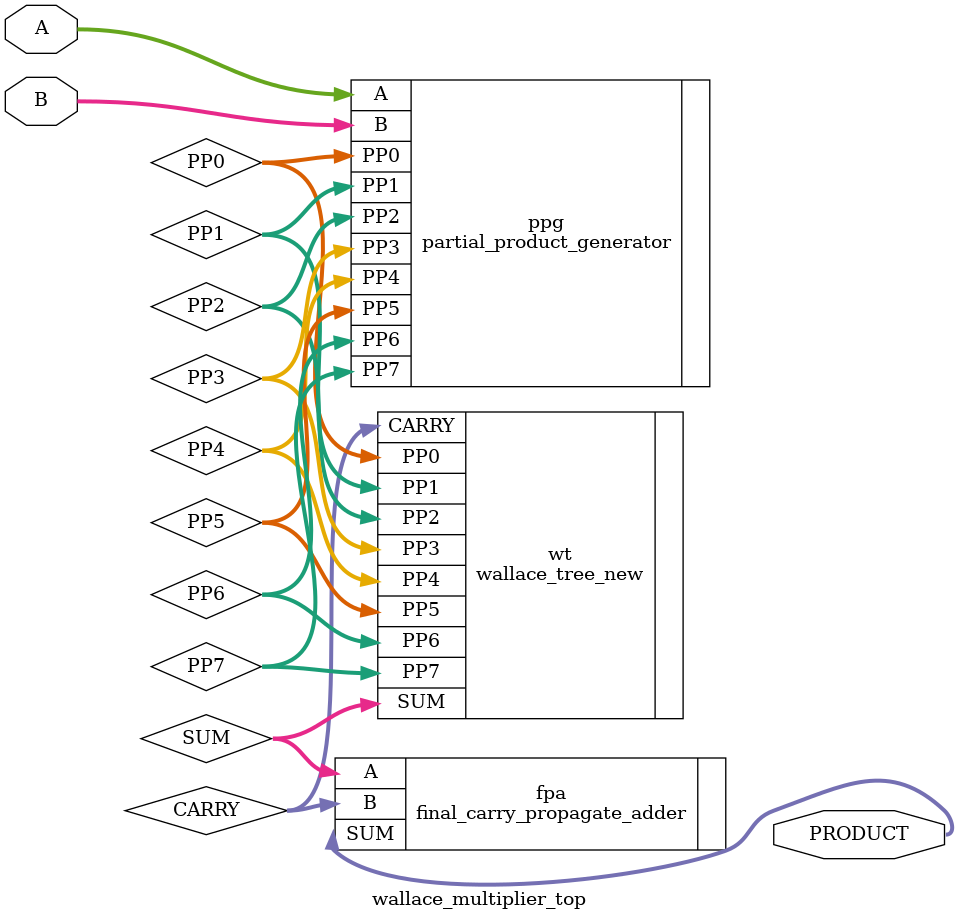
<source format=v>
`timescale 1ns / 1ps
module wallace_multiplier_top (
    input  signed [7:0] A, B,
    output signed [15:0] PRODUCT
);

    // These are Wires for partial products ( 1st step in our multiplier)
    wire signed [15:0] PP0, PP1, PP2, PP3, PP4, PP5, PP6, PP7;
    // Wires for final sum and carry from Wallace tree
    wire signed [15:0] SUM, CARRY;

    //  partial products are generated here usuing our partial product gen module 
    partial_product_generator ppg (
        .A(A), .B(B),
        .PP0(PP0), .PP1(PP1), .PP2(PP2), .PP3(PP3),
        .PP4(PP4), .PP5(PP5), .PP6(PP6), .PP7(PP7)
    );

    // partial products goes inside  Wallace Tree for reduction usuing carry save adder 
    wallace_tree_new wt (
        .PP0(PP0), .PP1(PP1), .PP2(PP2), .PP3(PP3),
        .PP4(PP4), .PP5(PP5), .PP6(PP6), .PP7(PP7),
        .SUM(SUM), .CARRY(CARRY)
    );

    // carry propogate adder is used for final product of sum and carry recieved from  wallace tree
    final_carry_propagate_adder fpa (
        .A(SUM),
        .B(CARRY),
        .SUM(PRODUCT)
    );

endmodule


</source>
